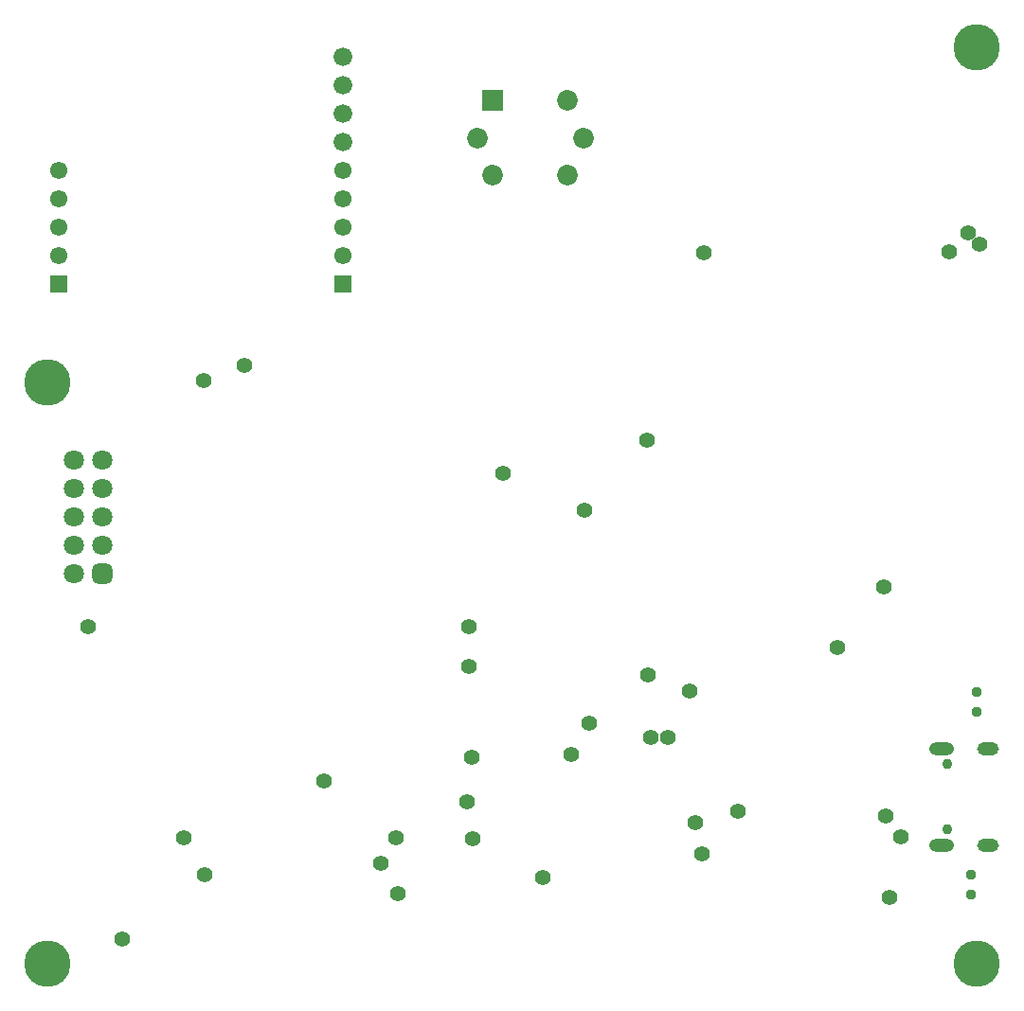
<source format=gbr>
%TF.GenerationSoftware,Altium Limited,Altium Designer,24.3.1 (35)*%
G04 Layer_Color=16711935*
%FSLAX45Y45*%
%MOMM*%
%TF.SameCoordinates,335D41A4-EFD6-4B0F-B868-2B534B1C8AB3*%
%TF.FilePolarity,Negative*%
%TF.FileFunction,Soldermask,Bot*%
%TF.Part,Single*%
G01*
G75*
%TA.AperFunction,ComponentPad*%
%ADD38C,1.55000*%
%ADD39R,1.55000X1.55000*%
%ADD43C,1.85000*%
%ADD44R,1.85000X1.85000*%
%TA.AperFunction,ViaPad*%
%ADD79C,1.67400*%
%ADD80C,4.15000*%
%TA.AperFunction,ComponentPad*%
%ADD81C,0.93000*%
%ADD82C,1.80000*%
G04:AMPARAMS|DCode=83|XSize=1.8mm|YSize=1.8mm|CornerRadius=0.4875mm|HoleSize=0mm|Usage=FLASHONLY|Rotation=90.000|XOffset=0mm|YOffset=0mm|HoleType=Round|Shape=RoundedRectangle|*
%AMROUNDEDRECTD83*
21,1,1.80000,0.82500,0,0,90.0*
21,1,0.82500,1.80000,0,0,90.0*
1,1,0.97500,0.41250,0.41250*
1,1,0.97500,0.41250,-0.41250*
1,1,0.97500,-0.41250,-0.41250*
1,1,0.97500,-0.41250,0.41250*
%
%ADD83ROUNDEDRECTD83*%
%ADD84C,0.95000*%
G04:AMPARAMS|DCode=85|XSize=1.15mm|YSize=1.95mm|CornerRadius=0.575mm|HoleSize=0mm|Usage=FLASHONLY|Rotation=90.000|XOffset=0mm|YOffset=0mm|HoleType=Round|Shape=RoundedRectangle|*
%AMROUNDEDRECTD85*
21,1,1.15000,0.80000,0,0,90.0*
21,1,0.00000,1.95000,0,0,90.0*
1,1,1.15000,0.40000,0.00000*
1,1,1.15000,0.40000,0.00000*
1,1,1.15000,-0.40000,0.00000*
1,1,1.15000,-0.40000,0.00000*
%
%ADD85ROUNDEDRECTD85*%
G04:AMPARAMS|DCode=86|XSize=1.15mm|YSize=2.25mm|CornerRadius=0.575mm|HoleSize=0mm|Usage=FLASHONLY|Rotation=90.000|XOffset=0mm|YOffset=0mm|HoleType=Round|Shape=RoundedRectangle|*
%AMROUNDEDRECTD86*
21,1,1.15000,1.10000,0,0,90.0*
21,1,0.00000,2.25000,0,0,90.0*
1,1,1.15000,0.55000,0.00000*
1,1,1.15000,0.55000,0.00000*
1,1,1.15000,-0.55000,0.00000*
1,1,1.15000,-0.55000,0.00000*
%
%ADD86ROUNDEDRECTD86*%
%TA.AperFunction,ViaPad*%
%ADD87C,1.42000*%
D38*
X5540000Y9993000D02*
D03*
Y9739000D02*
D03*
Y9485000D02*
D03*
Y9231000D02*
D03*
X3000000Y9993000D02*
D03*
Y9739000D02*
D03*
Y9485000D02*
D03*
Y9231000D02*
D03*
D39*
X5540000Y8977000D02*
D03*
X3000000D02*
D03*
D43*
X6738600Y10287000D02*
D03*
X7688600D02*
D03*
X7549500Y10622900D02*
D03*
X6877700Y9951100D02*
D03*
X7549500D02*
D03*
D44*
X6877700Y10622900D02*
D03*
D79*
X5540000Y10246000D02*
D03*
Y11008000D02*
D03*
Y10754000D02*
D03*
Y10500000D02*
D03*
D80*
X2900000Y8100000D02*
D03*
Y2900000D02*
D03*
X11200000D02*
D03*
Y11100000D02*
D03*
D81*
X10940900Y4683200D02*
D03*
Y4105200D02*
D03*
D82*
X3136900Y6642100D02*
D03*
X3390900D02*
D03*
X3136900Y6388100D02*
D03*
X3390900Y6896100D02*
D03*
X3136900D02*
D03*
X3390900Y7150100D02*
D03*
Y7404100D02*
D03*
X3136900Y7150100D02*
D03*
Y7404100D02*
D03*
D83*
X3390900Y6388100D02*
D03*
D84*
X11201400Y5154000D02*
D03*
Y5334000D02*
D03*
X11150600Y3515695D02*
D03*
Y3695700D02*
D03*
D85*
X11308900Y4826200D02*
D03*
Y3962200D02*
D03*
D86*
X10890900Y4826200D02*
D03*
Y3962200D02*
D03*
D87*
X10960100Y9271000D02*
D03*
X11226800Y9334500D02*
D03*
X7581900Y4775200D02*
D03*
X6972300Y7282180D02*
D03*
X4660900Y8255000D02*
D03*
X4292600Y8115300D02*
D03*
X5372100Y4533900D02*
D03*
X6692900Y4749800D02*
D03*
X6667500Y5562600D02*
D03*
X7327900Y3670300D02*
D03*
X6652260Y4345940D02*
D03*
X6032500Y3530600D02*
D03*
X3263900Y5918200D02*
D03*
X5880100Y3797300D02*
D03*
X4305300Y3695700D02*
D03*
X8255000Y7581900D02*
D03*
X7696200Y6959600D02*
D03*
X7741920Y5054600D02*
D03*
X10426700Y3492500D02*
D03*
X8750300Y3886200D02*
D03*
X8686800Y4163060D02*
D03*
X11125200Y9436100D02*
D03*
X8763000Y9258300D02*
D03*
X9956800Y5727700D02*
D03*
X10392355Y4220155D02*
D03*
X4114800Y4025900D02*
D03*
X3568700Y3124200D02*
D03*
X10528300Y4038600D02*
D03*
X8636000Y5336540D02*
D03*
X10375900Y6273800D02*
D03*
X6009640Y4025900D02*
D03*
X8442960Y4922520D02*
D03*
X8290560D02*
D03*
X6703060Y4015740D02*
D03*
X8262620Y5486400D02*
D03*
X6664960Y5915660D02*
D03*
X9067800Y4264660D02*
D03*
%TF.MD5,d4232a7ad4c2045a3a2c7e9e42071112*%
M02*

</source>
